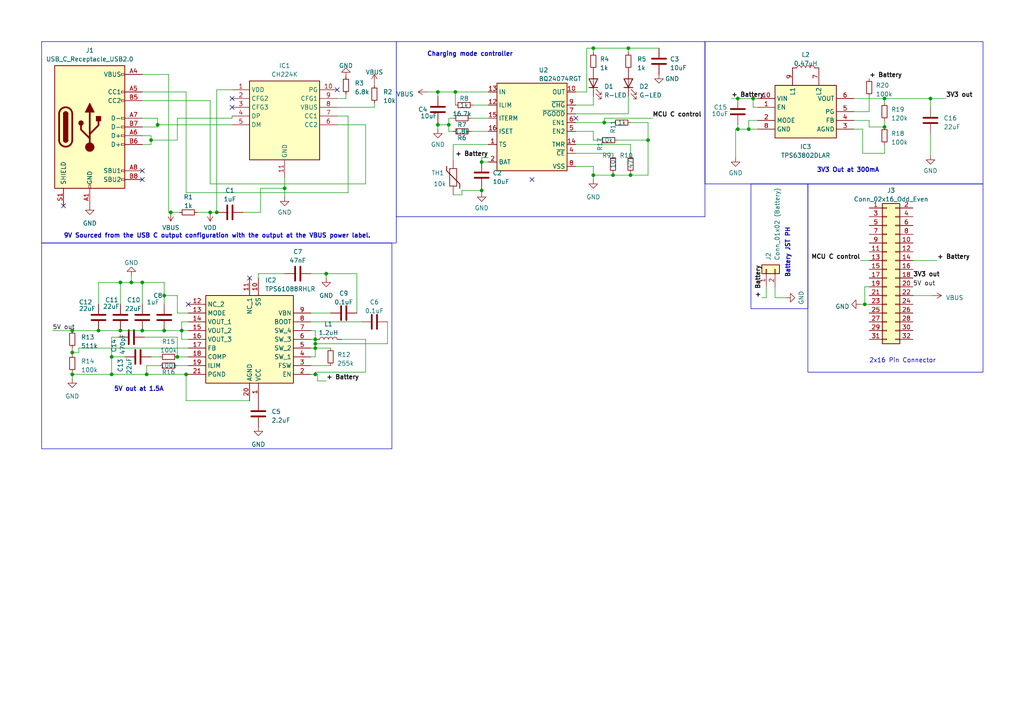
<source format=kicad_sch>
(kicad_sch (version 20250114) (generator "eeschema") (generator_version "9.0")
  (paper "A4")
  (title_block (title "Micro Mouse Power Subsystem") (rev "v0") (company "University of Cape Town") (comment 2 "@Checked by:") (comment 3 "           Pearl Mothiba") (comment 4 "@Authors: Morena Mofokeng"))
  (lib_symbols
    (symbol "BQ24074RGT_1"
      (property "Reference" "U2" (at 1.9559 16.51 0))
      (property "Value" "BQ24074RGT" (at 1.9559 13.97 0))
      (symbol "BQ24074RGT_1_0_1"
        (rectangle (start -10.16 12.7) (end 10.16 -12.7) (stroke (width 0.254)) (fill (type background)))
      )
      (symbol "BQ24074RGT_1_1_1"
        (pin power_in line (at -12.7 10.16 0) (length 2.54) (name "IN") (number "13"))
        (pin passive line (at -12.7 6.35 0) (length 2.54) (name "ILIM") (number "12"))
        (pin input line (at -12.7 2.54 0) (length 2.54) (name "ITERM") (number "15"))
        (pin passive line (at -12.7 -1.27 0) (length 2.54) (name "ISET") (number "16"))
        (pin passive line (at -12.7 -5.08 0) (length 2.54) (name "TS") (number "1"))
        (pin power_out line (at -12.7 -10.16 0) (length 2.54) (name "BAT") (number "2"))
        (pin passive line (at 0 -15.24 90) (length 2.54) (hide yes) (name "VSS") (number "17"))
        (pin power_out line (at 12.7 10.16 180) (length 2.54) (name "OUT") (number "10"))
        (pin passive line (at 12.7 10.16 180) (length 2.54) (hide yes) (name "OUT") (number "11"))
        (pin open_collector line (at 12.7 6.35 180) (length 2.54) (name "~{CHG}") (number "9"))
        (pin open_collector line (at 12.7 3.81 180) (length 2.54) (name "~{PGOOD}") (number "7"))
        (pin passive line (at 12.7 2.54 180) (length 2.54) (hide yes) (name "BAT") (number "3"))
        (pin input line (at 12.7 1.27 180) (length 2.54) (name "EN1") (number "6"))
        (pin input line (at 12.7 -1.27 180) (length 2.54) (name "EN2") (number "5"))
        (pin input line (at 12.7 -5.08 180) (length 2.54) (name "TMR") (number "14"))
        (pin input line (at 12.7 -7.62 180) (length 2.54) (name "~{CE}") (number "4"))
        (pin power_in line (at 12.7 -11.43 180) (length 2.54) (name "VSS") (number "8"))
      )
    )
    (symbol "CH224K:CH224K"
      (property "Reference" "IC" (at 26.67 7.62 0))
      (property "Value" "CH224K" (at 26.67 5.08 0))
      (symbol "CH224K_1_1"
        (rectangle (start 5.08 2.54) (end 25.4 -20.32) (stroke (width 0.254)) (fill (type background)))
        (pin passive line (at 0 0 0) (length 5.08) (name "VDD") (number "1"))
        (pin passive line (at 0 -2.54 0) (length 5.08) (name "CFG2") (number "2"))
        (pin passive line (at 0 -5.08 0) (length 5.08) (name "CFG3") (number "3"))
        (pin passive line (at 0 -7.62 0) (length 5.08) (name "DP") (number "4"))
        (pin passive line (at 0 -10.16 0) (length 5.08) (name "DM") (number "5"))
        (pin passive line (at 15.24 -25.4 90) (length 5.08) (name "GND") (number "11"))
        (pin passive line (at 30.48 0 180) (length 5.08) (name "PG") (number "10"))
        (pin passive line (at 30.48 -2.54 180) (length 5.08) (name "CFG1") (number "9"))
        (pin passive line (at 30.48 -5.08 180) (length 5.08) (name "VBUS") (number "8"))
        (pin passive line (at 30.48 -7.62 180) (length 5.08) (name "CC1") (number "7"))
        (pin passive line (at 30.48 -10.16 180) (length 5.08) (name "CC2") (number "6"))
      )
    )
    (symbol "Connector:USB_C_Receptacle_USB2.0" (pin_names (offset 1.016))
      (property "Reference" "J" (at -10.16 19.05 0))
      (property "Value" "USB_C_Receptacle_USB2.0" (at 19.05 19.05 0))
      (symbol "USB_C_Receptacle_USB2.0_0_0"
        (rectangle (start -0.254 -17.78) (end 0.254 -16.764))
        (rectangle (start 10.16 15.494) (end 9.144 14.986))
        (rectangle (start 10.16 10.414) (end 9.144 9.906))
        (rectangle (start 10.16 7.874) (end 9.144 7.366))
        (rectangle (start 10.16 2.794) (end 9.144 2.286))
        (rectangle (start 10.16 0.254) (end 9.144 -0.254))
        (rectangle (start 10.16 -2.286) (end 9.144 -2.794))
        (rectangle (start 10.16 -4.826) (end 9.144 -5.334))
        (rectangle (start 10.16 -12.446) (end 9.144 -12.954))
        (rectangle (start 10.16 -14.986) (end 9.144 -15.494))
      )
      (symbol "USB_C_Receptacle_USB2.0_0_1"
        (rectangle (start -10.16 17.78) (end 10.16 -17.78) (stroke (width 0.254)) (fill (type background)))
        (polyline (pts (xy -8.89 -3.81) (xy -8.89 3.81)) (stroke (width 0.508)))
        (rectangle (start -7.62 -3.81) (end -6.35 3.81) (stroke (width 0.254)) (fill (type outline)))
        (arc (start -7.62 3.81) (mid -6.985 4.4423) (end -6.35 3.81) (stroke (width 0.254)))
        (arc (start -7.62 3.81) (mid -6.985 4.4423) (end -6.35 3.81) (stroke (width 0.254)) (fill (type outline)))
        (arc (start -8.89 3.81) (mid -6.985 5.7067) (end -5.08 3.81) (stroke (width 0.508)))
        (arc (start -5.08 -3.81) (mid -6.985 -5.7067) (end -8.89 -3.81) (stroke (width 0.508)))
        (arc (start -6.35 -3.81) (mid -6.985 -4.4423) (end -7.62 -3.81) (stroke (width 0.254)))
        (arc (start -6.35 -3.81) (mid -6.985 -4.4423) (end -7.62 -3.81) (stroke (width 0.254)) (fill (type outline)))
        (polyline (pts (xy -5.08 3.81) (xy -5.08 -3.81)) (stroke (width 0.508)))
        (circle (center -2.54 1.143) (radius 0.635) (stroke (width 0.254)) (fill (type outline)))
        (polyline (pts (xy -1.27 4.318) (xy 0 6.858) (xy 1.27 4.318) (xy -1.27 4.318)) (stroke (width 0.254)) (fill (type outline)))
        (polyline (pts (xy 0 -2.032) (xy 2.54 0.508) (xy 2.54 1.778)) (stroke (width 0.508)))
        (polyline (pts (xy 0 -3.302) (xy -2.54 -0.762) (xy -2.54 0.508)) (stroke (width 0.508)))
        (polyline (pts (xy 0 -5.842) (xy 0 4.318)) (stroke (width 0.508)))
        (circle (center 0 -5.842) (radius 1.27) (fill (type outline)))
        (rectangle (start 1.905 1.778) (end 3.175 3.048) (stroke (width 0.254)) (fill (type outline)))
      )
      (symbol "USB_C_Receptacle_USB2.0_1_1"
        (pin passive line (at -7.62 -22.86 90) (length 5.08) (name "SHIELD") (number "S1"))
        (pin passive line (at 0 -22.86 90) (length 5.08) (name "GND") (number "A1"))
        (pin passive line (at 0 -22.86 90) (length 5.08) (hide yes) (name "GND") (number "A12"))
        (pin passive line (at 0 -22.86 90) (length 5.08) (hide yes) (name "GND") (number "B1"))
        (pin passive line (at 0 -22.86 90) (length 5.08) (hide yes) (name "GND") (number "B12"))
        (pin passive line (at 15.24 15.24 180) (length 5.08) (name "VBUS") (number "A4"))
        (pin passive line (at 15.24 15.24 180) (length 5.08) (hide yes) (name "VBUS") (number "A9"))
        (pin passive line (at 15.24 15.24 180) (length 5.08) (hide yes) (name "VBUS") (number "B4"))
        (pin passive line (at 15.24 15.24 180) (length 5.08) (hide yes) (name "VBUS") (number "B9"))
        (pin bidirectional line (at 15.24 10.16 180) (length 5.08) (name "CC1") (number "A5"))
        (pin bidirectional line (at 15.24 7.62 180) (length 5.08) (name "CC2") (number "B5"))
        (pin bidirectional line (at 15.24 2.54 180) (length 5.08) (name "D-") (number "A7"))
        (pin bidirectional line (at 15.24 0 180) (length 5.08) (name "D-") (number "B7"))
        (pin bidirectional line (at 15.24 -2.54 180) (length 5.08) (name "D+") (number "A6"))
        (pin bidirectional line (at 15.24 -5.08 180) (length 5.08) (name "D+") (number "B6"))
        (pin bidirectional line (at 15.24 -12.7 180) (length 5.08) (name "SBU1") (number "A8"))
        (pin bidirectional line (at 15.24 -15.24 180) (length 5.08) (name "SBU2") (number "B8"))
      )
    )
    (symbol "Connector_Generic:Conn_01x02" (pin_names (offset 1.016) (hide yes))
      (property "Reference" "J" (at 0 2.54 0))
      (property "Value" "Conn_01x02" (at 0 -5.08 0))
      (symbol "Conn_01x02_1_1"
        (rectangle (start -1.27 1.27) (end 1.27 -3.81) (stroke (width 0.254)) (fill (type background)))
        (rectangle (start -1.27 0.127) (end 0 -0.127) (stroke (width 0.1524)))
        (rectangle (start -1.27 -2.413) (end 0 -2.667) (stroke (width 0.1524)))
        (pin passive line (at -5.08 0 0) (length 3.81) (name "Pin_1") (number "1"))
        (pin passive line (at -5.08 -2.54 0) (length 3.81) (name "Pin_2") (number "2"))
      )
    )
    (symbol "Connector_Generic:Conn_02x16_Odd_Even" (pin_names (offset 1.016) (hide yes))
      (property "Reference" "J" (at 1.27 20.32 0))
      (property "Value" "Conn_02x16_Odd_Even" (at 1.27 -22.86 0))
      (symbol "Conn_02x16_Odd_Even_1_1"
        (rectangle (start -1.27 19.05) (end 3.81 -21.59) (stroke (width 0.254)) (fill (type background)))
        (rectangle (start -1.27 17.907) (end 0 17.653) (stroke (width 0.1524)))
        (rectangle (start -1.27 15.367) (end 0 15.113) (stroke (width 0.1524)))
        (rectangle (start -1.27 12.827) (end 0 12.573) (stroke (width 0.1524)))
        (rectangle (start -1.27 10.287) (end 0 10.033) (stroke (width 0.1524)))
        (rectangle (start -1.27 7.747) (end 0 7.493) (stroke (width 0.1524)))
        (rectangle (start -1.27 5.207) (end 0 4.953) (stroke (width 0.1524)))
        (rectangle (start -1.27 2.667) (end 0 2.413) (stroke (width 0.1524)))
        (rectangle (start -1.27 0.127) (end 0 -0.127) (stroke (width 0.1524)))
        (rectangle (start -1.27 -2.413) (end 0 -2.667) (stroke (width 0.1524)))
        (rectangle (start -1.27 -4.953) (end 0 -5.207) (stroke (width 0.1524)))
        (rectangle (start -1.27 -7.493) (end 0 -7.747) (stroke (width 0.1524)))
        (rectangle (start -1.27 -10.033) (end 0 -10.287) (stroke (width 0.1524)))
        (rectangle (start -1.27 -12.573) (end 0 -12.827) (stroke (width 0.1524)))
        (rectangle (start -1.27 -15.113) (end 0 -15.367) (stroke (width 0.1524)))
        (rectangle (start -1.27 -17.653) (end 0 -17.907) (stroke (width 0.1524)))
        (rectangle (start -1.27 -20.193) (end 0 -20.447) (stroke (width 0.1524)))
        (rectangle (start 3.81 17.907) (end 2.54 17.653) (stroke (width 0.1524)))
        (rectangle (start 3.81 15.367) (end 2.54 15.113) (stroke (width 0.1524)))
        (rectangle (start 3.81 12.827) (end 2.54 12.573) (stroke (width 0.1524)))
        (rectangle (start 3.81 10.287) (end 2.54 10.033) (stroke (width 0.1524)))
        (rectangle (start 3.81 7.747) (end 2.54 7.493) (stroke (width 0.1524)))
        (rectangle (start 3.81 5.207) (end 2.54 4.953) (stroke (width 0.1524)))
        (rectangle (start 3.81 2.667) (end 2.54 2.413) (stroke (width 0.1524)))
        (rectangle (start 3.81 0.127) (end 2.54 -0.127) (stroke (width 0.1524)))
        (rectangle (start 3.81 -2.413) (end 2.54 -2.667) (stroke (width 0.1524)))
        (rectangle (start 3.81 -4.953) (end 2.54 -5.207) (stroke (width 0.1524)))
        (rectangle (start 3.81 -7.493) (end 2.54 -7.747) (stroke (width 0.1524)))
        (rectangle (start 3.81 -10.033) (end 2.54 -10.287) (stroke (width 0.1524)))
        (rectangle (start 3.81 -12.573) (end 2.54 -12.827) (stroke (width 0.1524)))
        (rectangle (start 3.81 -15.113) (end 2.54 -15.367) (stroke (width 0.1524)))
        (rectangle (start 3.81 -17.653) (end 2.54 -17.907) (stroke (width 0.1524)))
        (rectangle (start 3.81 -20.193) (end 2.54 -20.447) (stroke (width 0.1524)))
        (pin passive line (at -5.08 17.78 0) (length 3.81) (name "Pin_1") (number "1"))
        (pin passive line (at -5.08 15.24 0) (length 3.81) (name "Pin_3") (number "3"))
        (pin passive line (at -5.08 12.7 0) (length 3.81) (name "Pin_5") (number "5"))
        (pin passive line (at -5.08 10.16 0) (length 3.81) (name "Pin_7") (number "7"))
        (pin passive line (at -5.08 7.62 0) (length 3.81) (name "Pin_9") (number "9"))
        (pin passive line (at -5.08 5.08 0) (length 3.81) (name "Pin_11") (number "11"))
        (pin passive line (at -5.08 2.54 0) (length 3.81) (name "Pin_13") (number "13"))
        (pin passive line (at -5.08 0 0) (length 3.81) (name "Pin_15") (number "15"))
        (pin passive line (at -5.08 -2.54 0) (length 3.81) (name "Pin_17") (number "17"))
        (pin passive line (at -5.08 -5.08 0) (length 3.81) (name "Pin_19") (number "19"))
        (pin passive line (at -5.08 -7.62 0) (length 3.81) (name "Pin_21") (number "21"))
        (pin passive line (at -5.08 -10.16 0) (length 3.81) (name "Pin_23") (number "23"))
        (pin passive line (at -5.08 -12.7 0) (length 3.81) (name "Pin_25") (number "25"))
        (pin passive line (at -5.08 -15.24 0) (length 3.81) (name "Pin_27") (number "27"))
        (pin passive line (at -5.08 -17.78 0) (length 3.81) (name "Pin_29") (number "29"))
        (pin passive line (at -5.08 -20.32 0) (length 3.81) (name "Pin_31") (number "31"))
        (pin passive line (at 7.62 17.78 180) (length 3.81) (name "Pin_2") (number "2"))
        (pin passive line (at 7.62 15.24 180) (length 3.81) (name "Pin_4") (number "4"))
        (pin passive line (at 7.62 12.7 180) (length 3.81) (name "Pin_6") (number "6"))
        (pin passive line (at 7.62 10.16 180) (length 3.81) (name "Pin_8") (number "8"))
        (pin passive line (at 7.62 7.62 180) (length 3.81) (name "Pin_10") (number "10"))
        (pin passive line (at 7.62 5.08 180) (length 3.81) (name "Pin_12") (number "12"))
        (pin passive line (at 7.62 2.54 180) (length 3.81) (name "Pin_14") (number "14"))
        (pin passive line (at 7.62 0 180) (length 3.81) (name "Pin_16") (number "16"))
        (pin passive line (at 7.62 -2.54 180) (length 3.81) (name "Pin_18") (number "18"))
        (pin passive line (at 7.62 -5.08 180) (length 3.81) (name "Pin_20") (number "20"))
        (pin passive line (at 7.62 -7.62 180) (length 3.81) (name "Pin_22") (number "22"))
        (pin passive line (at 7.62 -10.16 180) (length 3.81) (name "Pin_24") (number "24"))
        (pin passive line (at 7.62 -12.7 180) (length 3.81) (name "Pin_26") (number "26"))
        (pin passive line (at 7.62 -15.24 180) (length 3.81) (name "Pin_28") (number "28"))
        (pin passive line (at 7.62 -17.78 180) (length 3.81) (name "Pin_30") (number "30"))
        (pin passive line (at 7.62 -20.32 180) (length 3.81) (name "Pin_32") (number "32"))
      )
    )
    (symbol "Device:C" (pin_numbers (hide yes)) (pin_names (offset 0.254))
      (property "Reference" "C" (at 0.635 2.54 0))
      (property "Value" "C" (at 0.635 -2.54 0))
      (symbol "C_0_1"
        (polyline (pts (xy -2.032 0.762) (xy 2.032 0.762)) (stroke (width 0.508)))
        (polyline (pts (xy -2.032 -0.762) (xy 2.032 -0.762)) (stroke (width 0.508)))
      )
      (symbol "C_1_1"
        (pin passive line (at 0 3.81 270) (length 2.794) (name "~") (number "1"))
        (pin passive line (at 0 -3.81 90) (length 2.794) (name "~") (number "2"))
      )
    )
    (symbol "Device:L" (pin_numbers (hide yes)) (pin_names (offset 1.016) (hide yes))
      (property "Reference" "L" (at -1.27 0 90))
      (property "Value" "L" (at 1.905 0 90))
      (symbol "L_0_1"
        (arc (start 0 2.54) (mid 0.6323 1.905) (end 0 1.27))
        (arc (start 0 1.27) (mid 0.6323 0.635) (end 0 0))
        (arc (start 0 0) (mid 0.6323 -0.635) (end 0 -1.27))
        (arc (start 0 -1.27) (mid 0.6323 -1.905) (end 0 -2.54))
      )
      (symbol "L_1_1"
        (pin passive line (at 0 3.81 270) (length 1.27) (name "1") (number "1"))
        (pin passive line (at 0 -3.81 90) (length 1.27) (name "2") (number "2"))
      )
    )
    (symbol "Device:LED" (pin_numbers (hide yes)) (pin_names (offset 1.016) (hide yes))
      (property "Reference" "D" (at 0 2.54 0))
      (property "Value" "LED" (at 0 -2.54 0))
      (symbol "LED_0_1"
        (polyline (pts (xy -3.048 -0.762) (xy -4.572 -2.286) (xy -3.81 -2.286) (xy -4.572 -2.286) (xy -4.572 -1.524)))
        (polyline (pts (xy -1.778 -0.762) (xy -3.302 -2.286) (xy -2.54 -2.286) (xy -3.302 -2.286) (xy -3.302 -1.524)))
        (polyline (pts (xy -1.27 0) (xy 1.27 0)))
        (polyline (pts (xy -1.27 -1.27) (xy -1.27 1.27)) (stroke (width 0.254)))
        (polyline (pts (xy 1.27 -1.27) (xy 1.27 1.27) (xy -1.27 0) (xy 1.27 -1.27)) (stroke (width 0.254)))
      )
      (symbol "LED_1_1"
        (pin passive line (at -3.81 0 0) (length 2.54) (name "K") (number "1"))
        (pin passive line (at 3.81 0 180) (length 2.54) (name "A") (number "2"))
      )
    )
    (symbol "Device:R_Small" (pin_numbers (hide yes)) (pin_names (offset 0.254) (hide yes))
      (property "Reference" "R" (at 0.762 0.508 0))
      (property "Value" "R_Small" (at 0.762 -1.016 0))
      (symbol "R_Small_0_1"
        (rectangle (start -0.762 1.778) (end 0.762 -1.778) (stroke (width 0.2032)))
      )
      (symbol "R_Small_1_1"
        (pin passive line (at 0 2.54 270) (length 0.762) (name "~") (number "1"))
        (pin passive line (at 0 -2.54 90) (length 0.762) (name "~") (number "2"))
      )
    )
    (symbol "Device:Thermistor" (pin_numbers (hide yes)) (pin_names (offset 0))
      (property "Reference" "TH" (at 2.54 1.27 90))
      (property "Value" "Thermistor" (at -2.54 0 90))
      (symbol "Thermistor_0_1"
        (polyline (pts (xy -1.905 3.175) (xy -1.905 1.905) (xy 1.905 -1.905) (xy 1.905 -3.175) (xy 1.905 -3.175)) (stroke (width 0.254)))
        (rectangle (start -1.016 2.54) (end 1.016 -2.54) (stroke (width 0.2032)))
      )
      (symbol "Thermistor_1_1"
        (pin passive line (at 0 5.08 270) (length 2.54) (name "~") (number "1"))
        (pin passive line (at 0 -5.08 90) (length 2.54) (name "~") (number "2"))
      )
    )
    (symbol "TPS61088RHLR:TPS61088RHLR"
      (property "Reference" "IC" (at 31.75 17.78 0))
      (property "Value" "TPS61088RHLR" (at 31.75 15.24 0))
      (symbol "TPS61088RHLR_1_1"
        (rectangle (start 5.08 12.7) (end 30.48 -12.7) (stroke (width 0.254)) (fill (type background)))
        (pin passive line (at 0 0 0) (length 5.08) (name "AGND") (number "20"))
        (pin passive line (at 0 -2.54 0) (length 5.08) (name "VCC") (number "1"))
        (pin passive line (at 7.62 17.78 270) (length 5.08) (name "PGND") (number "21"))
        (pin passive line (at 7.62 -17.78 90) (length 5.08) (name "EN") (number "2"))
        (pin passive line (at 10.16 17.78 270) (length 5.08) (name "ILIM") (number "19"))
        (pin passive line (at 10.16 -17.78 90) (length 5.08) (name "FSW") (number "3"))
        (pin passive line (at 12.7 17.78 270) (length 5.08) (name "COMP") (number "18"))
        (pin passive line (at 12.7 -17.78 90) (length 5.08) (name "SW_1") (number "4"))
        (pin passive line (at 15.24 17.78 270) (length 5.08) (name "FB") (number "17"))
        (pin passive line (at 15.24 -17.78 90) (length 5.08) (name "SW_2") (number "5"))
        (pin passive line (at 17.78 17.78 270) (length 5.08) (name "VOUT_3") (number "16"))
        (pin passive line (at 17.78 -17.78 90) (length 5.08) (name "SW_3") (number "6"))
        (pin passive line (at 20.32 17.78 270) (length 5.08) (name "VOUT_2") (number "15"))
        (pin passive line (at 20.32 -17.78 90) (length 5.08) (name "SW_4") (number "7"))
        (pin passive line (at 22.86 17.78 270) (length 5.08) (name "VOUT_1") (number "14"))
        (pin passive line (at 22.86 -17.78 90) (length 5.08) (name "BOOT") (number "8"))
        (pin passive line (at 25.4 17.78 270) (length 5.08) (name "MODE") (number "13"))
        (pin passive line (at 25.4 -17.78 90) (length 5.08) (name "VBN") (number "9"))
        (pin passive line (at 27.94 17.78 270) (length 5.08) (name "NC_2") (number "12"))
        (pin passive line (at 35.56 0 180) (length 5.08) (name "NC_1") (number "11"))
        (pin passive line (at 35.56 -2.54 180) (length 5.08) (name "SS") (number "10"))
      )
    )
    (symbol "TPS63802DLAR:TPS63802DLAR"
      (property "Reference" "IC" (at 24.13 7.62 0))
      (property "Value" "TPS63802DLAR" (at 24.13 5.08 0))
      (symbol "TPS63802DLAR_1_1"
        (rectangle (start 5.08 2.54) (end 22.86 -12.7) (stroke (width 0.254)) (fill (type background)))
        (pin passive line (at 0 -1.27 0) (length 5.08) (name "VIN") (number "10"))
        (pin passive line (at 0 -3.81 0) (length 5.08) (name "EN") (number "1"))
        (pin passive line (at 0 -7.62 0) (length 5.08) (name "MODE") (number "2"))
        (pin passive line (at 0 -10.16 0) (length 5.08) (name "GND") (number "8"))
        (pin passive line (at 10.16 7.62 270) (length 5.08) (name "L1") (number "9"))
        (pin passive line (at 17.78 7.62 270) (length 5.08) (name "L2") (number "7"))
        (pin passive line (at 27.94 -1.27 180) (length 5.08) (name "VOUT") (number "6"))
        (pin passive line (at 27.94 -5.08 180) (length 5.08) (name "PG") (number "5"))
        (pin passive line (at 27.94 -7.62 180) (length 5.08) (name "FB") (number "4"))
        (pin passive line (at 27.94 -10.16 180) (length 5.08) (name "AGND") (number "3"))
      )
    )
    (symbol "power:GND" (power) (pin_names (offset 0))
      (property "Value" "GND" (at 0 -3.81 0))
      (symbol "GND_0_1"
        (polyline (pts (xy 0 0) (xy 0 -1.27) (xy 1.27 -1.27) (xy 0 -2.54) (xy -1.27 -1.27) (xy 0 -1.27)))
      )
      (symbol "GND_1_1"
        (pin power_in line (at 0 0 270) (length 0) (hide yes) (name "GND") (number "1"))
      )
    )
    (symbol "power:VBUS" (power) (pin_names (offset 0))
      (property "Value" "VBUS" (at 0 3.81 0))
      (symbol "VBUS_0_1"
        (polyline (pts (xy -0.762 1.27) (xy 0 2.54)))
        (polyline (pts (xy 0 2.54) (xy 0.762 1.27)))
        (polyline (pts (xy 0 0) (xy 0 2.54)))
      )
      (symbol "VBUS_1_1"
        (pin power_in line (at 0 0 90) (length 0) (hide yes) (name "VBUS") (number "1"))
      )
    )
    (symbol "power:VDD" (power) (pin_names (offset 0))
      (property "Value" "VDD" (at 0 3.81 0))
      (symbol "VDD_0_1"
        (polyline (pts (xy -0.762 1.27) (xy 0 2.54)))
        (polyline (pts (xy 0 2.54) (xy 0.762 1.27)))
        (polyline (pts (xy 0 0) (xy 0 2.54)))
      )
      (symbol "VDD_1_1"
        (pin power_in line (at 0 0 90) (length 0) (hide yes) (name "VDD") (number "1"))
      )
    )
  )
  (rectangle (start 234.315 53.34) (end 217.805 89.535))
  (rectangle (start 114.935 12.065) (end 204.47 62.865))
  (rectangle (start 234.315 53.34) (end 285.115 107.95))
  (rectangle (start 12.065 70.485) (end 113.665 130.175))
  (rectangle (start 204.47 12.065) (end 285.115 53.34))
  (rectangle (start 12.065 12.065) (end 114.935 70.485))
  (text "9V Sourced from the USB C output configuration with the output at the VBUS power label." (at 18.415 69.215 0) (effects (font (size 1.27 1.27) (thickness 0.254) (bold yes)) (justify left bottom)))
  (text "3V3 Out at 300mA" (at 236.855 50.165 0) (effects (font (size 1.27 1.27) (thickness 0.254) (bold yes)) (justify left bottom)))
  (text "5V out at 1.5A" (at 33.02 113.665 0) (effects (font (size 1.27 1.27) (thickness 0.254) (bold yes)) (justify left bottom)))
  (text "Battery JST PH" (at 229.235 80.645 90) (effects (font (size 1.27 1.27) (bold yes)) (justify left bottom)))
  (text "Charging mode controller" (at 123.825 16.51 0) (effects (font (size 1.27 1.27) (bold yes)) (justify left bottom)))
  (text "2x16 Pin Connector" (at 252.095 105.41 0) (effects (font (size 1.27 1.27)) (justify left bottom)))
  (junction (at 213.995 28.575))
  (junction (at 42.545 108.585))
  (junction (at 32.385 103.505))
  (junction (at 182.88 50.8))
  (junction (at 32.385 108.585))
  (junction (at 53.975 108.585))
  (junction (at 250.825 88.265))
  (junction (at 172.085 50.8))
  (junction (at 91.44 100.965))
  (junction (at 51.435 103.505))
  (junction (at 213.995 37.465))
  (junction (at 34.925 81.915))
  (junction (at 62.865 61.595))
  (junction (at 52.705 95.885))
  (junction (at 45.72 36.195))
  (junction (at 91.44 108.585))
  (junction (at 60.96 61.595))
  (junction (at 127 36.195))
  (junction (at 47.625 85.725))
  (junction (at 139.7 46.99))
  (junction (at 187.96 40.64))
  (junction (at 269.875 28.575))
  (junction (at 172.085 13.97))
  (junction (at 130.175 36.195))
  (junction (at 127 26.67))
  (junction (at 91.44 98.425))
  (junction (at 91.44 99.695))
  (junction (at 139.7 55.245))
  (junction (at 49.53 61.595))
  (junction (at 82.55 54.61))
  (junction (at 47.625 95.885))
  (junction (at 41.275 95.885))
  (junction (at 34.925 95.885))
  (junction (at 38.1 81.915))
  (junction (at 132.08 26.67))
  (junction (at 182.245 13.97))
  (junction (at 218.44 28.575))
  (junction (at 177.8 50.8))
  (junction (at 43.815 40.64))
  (junction (at 41.275 81.915))
  (junction (at 217.17 37.465))
  (junction (at 256.54 28.575))
  (junction (at 20.955 108.585))
  (junction (at 20.955 102.235))
  (junction (at 94.615 79.375))
  (junction (at 256.54 36.83))
  (junction (at 175.26 35.56))
  (junction (at 20.955 95.885))
  (junction (at 28.575 95.885))
  (no_connect (at 72.39 80.645))
  (no_connect (at 41.275 49.53))
  (no_connect (at 41.275 52.07))
  (no_connect (at 154.305 52.07))
  (no_connect (at 167.005 34.29))
  (no_connect (at 18.415 59.69))
  (no_connect (at 54.61 88.265))
  (no_connect (at 97.79 26.035))
  (no_connect (at 67.31 31.115))
  (no_connect (at 67.31 28.575))
  (wire (pts (xy 100.33 27.305) (xy 100.33 28.575)))
  (wire (pts (xy 51.435 106.045) (xy 54.61 106.045)))
  (wire (pts (xy 182.88 41.91) (xy 182.88 45.085)))
  (wire (pts (xy 213.995 37.465) (xy 217.17 37.465)))
  (wire (pts (xy 47.625 85.725) (xy 47.625 81.915)))
  (wire (pts (xy 182.245 27.94) (xy 182.245 33.02)))
  (wire (pts (xy 51.435 103.505) (xy 54.61 103.505)))
  (wire (pts (xy 187.96 40.64) (xy 187.96 50.8)))
  (wire (pts (xy 91.44 99.695) (xy 112.395 99.695)))
  (wire (pts (xy 224.79 86.36) (xy 224.79 83.185)))
  (wire (pts (xy 175.26 35.56) (xy 177.8 35.56)))
  (wire (pts (xy 91.44 107.95) (xy 91.44 108.585)))
  (wire (pts (xy 141.605 38.1) (xy 136.525 38.1)))
  (wire (pts (xy 34.925 95.885) (xy 41.275 95.885)))
  (wire (pts (xy 131.445 56.515) (xy 133.985 56.515)))
  (wire (pts (xy 170.18 13.97) (xy 172.085 13.97)))
  (wire (pts (xy 41.275 26.67) (xy 53.975 26.67)))
  (wire (pts (xy 249.555 75.565) (xy 252.095 75.565)))
  (wire (pts (xy 130.175 38.1) (xy 131.445 38.1)))
  (wire (pts (xy 41.275 41.91) (xy 43.815 41.91)))
  (wire (pts (xy 52.705 95.885) (xy 52.705 98.425)))
  (wire (pts (xy 90.17 103.505) (xy 91.44 103.505)))
  (wire (pts (xy 222.25 86.36) (xy 222.25 83.185)))
  (wire (pts (xy 52.705 95.885) (xy 54.61 95.885)))
  (wire (pts (xy 94.615 79.375) (xy 94.615 80.645)))
  (wire (pts (xy 219.71 34.925) (xy 217.17 34.925)))
  (wire (pts (xy 213.995 28.575) (xy 218.44 28.575)))
  (wire (pts (xy 90.17 95.885) (xy 91.44 95.885)))
  (wire (pts (xy 250.825 83.185) (xy 250.825 88.265)))
  (wire (pts (xy 38.1 81.915) (xy 41.275 81.915)))
  (wire (pts (xy 220.98 86.36) (xy 222.25 86.36)))
  (wire (pts (xy 51.435 34.29) (xy 67.31 34.29)))
  (wire (pts (xy 123.825 26.67) (xy 127 26.67)))
  (wire (pts (xy 72.39 116.205) (xy 53.975 116.205)))
  (wire (pts (xy 47.625 95.885) (xy 52.705 95.885)))
  (wire (pts (xy 106.045 98.425) (xy 99.06 98.425)))
  (wire (pts (xy 271.78 75.565) (xy 264.795 75.565)))
  (wire (pts (xy 182.88 50.8) (xy 182.88 50.165)))
  (wire (pts (xy 179.07 40.64) (xy 187.96 40.64)))
  (wire (pts (xy 47.625 85.725) (xy 51.435 85.725)))
  (wire (pts (xy 256.54 41.91) (xy 256.54 44.45)))
  (wire (pts (xy 75.565 54.61) (xy 82.55 54.61)))
  (wire (pts (xy 218.44 28.575) (xy 219.71 28.575)))
  (wire (pts (xy 172.085 13.97) (xy 182.245 13.97)))
  (wire (pts (xy 60.96 29.21) (xy 60.96 53.34)))
  (wire (pts (xy 82.55 51.435) (xy 82.55 54.61)))
  (wire (pts (xy 256.54 28.575) (xy 269.875 28.575)))
  (wire (pts (xy 62.865 61.595) (xy 62.865 26.035)))
  (wire (pts (xy 250.825 88.265) (xy 252.095 88.265)))
  (wire (pts (xy 247.65 32.385) (xy 252.095 32.385)))
  (wire (pts (xy 131.445 46.355) (xy 131.445 41.91)))
  (wire (pts (xy 269.875 28.575) (xy 269.875 31.115)))
  (wire (pts (xy 252.095 34.925) (xy 247.65 34.925)))
  (wire (pts (xy 41.275 34.29) (xy 45.72 34.29)))
  (wire (pts (xy 167.005 48.26) (xy 172.085 48.26)))
  (wire (pts (xy 212.09 28.575) (xy 213.995 28.575)))
  (wire (pts (xy 82.55 54.61) (xy 82.55 57.15)))
  (wire (pts (xy 252.095 83.185) (xy 250.825 83.185)))
  (wire (pts (xy 139.7 46.99) (xy 141.605 46.99)))
  (wire (pts (xy 182.245 13.97) (xy 191.135 13.97)))
  (wire (pts (xy 130.175 36.195) (xy 127 36.195)))
  (wire (pts (xy 90.17 108.585) (xy 91.44 108.585)))
  (wire (pts (xy 41.275 81.915) (xy 41.275 88.265)))
  (wire (pts (xy 53.975 55.88) (xy 53.975 26.67)))
  (wire (pts (xy 34.29 97.79) (xy 32.385 97.79)))
  (wire (pts (xy 90.17 79.375) (xy 94.615 79.375)))
  (wire (pts (xy 141.605 45.72) (xy 139.7 45.72)))
  (wire (pts (xy 41.275 81.915) (xy 47.625 81.915)))
  (wire (pts (xy 45.72 34.29) (xy 45.72 36.195)))
  (wire (pts (xy 139.7 45.72) (xy 139.7 46.99)))
  (wire (pts (xy 94.615 79.375) (xy 103.505 79.375)))
  (wire (pts (xy 82.55 79.375) (xy 74.93 79.375)))
  (wire (pts (xy 74.93 79.375) (xy 74.93 80.645)))
  (wire (pts (xy 269.875 38.735) (xy 269.875 45.085)))
  (wire (pts (xy 218.44 28.575) (xy 218.44 31.115)))
  (wire (pts (xy 106.045 36.195) (xy 97.79 36.195)))
  (wire (pts (xy 41.275 21.59) (xy 48.895 21.59)))
  (wire (pts (xy 20.955 108.585) (xy 20.955 109.855)))
  (wire (pts (xy 52.07 61.595) (xy 49.53 61.595)))
  (wire (pts (xy 219.71 31.115) (xy 218.44 31.115)))
  (wire (pts (xy 106.045 98.425) (xy 106.045 107.95)))
  (wire (pts (xy 41.275 29.21) (xy 60.96 29.21)))
  (wire (pts (xy 42.545 108.585) (xy 53.975 108.585)))
  (wire (pts (xy 133.985 55.245) (xy 139.7 55.245)))
  (wire (pts (xy 57.15 61.595) (xy 60.96 61.595)))
  (wire (pts (xy 177.8 50.165) (xy 177.8 50.8)))
  (wire (pts (xy 172.085 40.64) (xy 173.99 40.64)))
  (wire (pts (xy 20.955 108.585) (xy 32.385 108.585)))
  (wire (pts (xy 34.925 88.265) (xy 34.925 81.915)))
  (wire (pts (xy 91.44 95.885) (xy 91.44 98.425)))
  (wire (pts (xy 182.88 35.56) (xy 187.96 35.56)))
  (wire (pts (xy 54.61 93.345) (xy 52.705 93.345)))
  (wire (pts (xy 28.575 95.885) (xy 34.925 95.885)))
  (wire (pts (xy 67.31 34.29) (xy 67.31 33.655)))
  (wire (pts (xy 217.17 37.465) (xy 219.71 37.465)))
  (wire (pts (xy 167.005 38.1) (xy 172.085 38.1)))
  (wire (pts (xy 54.61 108.585) (xy 53.975 108.585)))
  (wire (pts (xy 45.72 36.195) (xy 45.72 36.83)))
  (wire (pts (xy 167.005 35.56) (xy 175.26 35.56)))
  (wire (pts (xy 127 35.56) (xy 127 36.195)))
  (wire (pts (xy 32.385 108.585) (xy 42.545 108.585)))
  (wire (pts (xy 90.17 98.425) (xy 91.44 98.425)))
  (wire (pts (xy 41.275 36.83) (xy 45.72 36.83)))
  (wire (pts (xy 91.44 99.695) (xy 91.44 100.965)))
  (wire (pts (xy 91.44 100.965) (xy 95.885 100.965)))
  (wire (pts (xy 92.075 110.49) (xy 92.075 108.585)))
  (wire (pts (xy 52.705 93.345) (xy 52.705 95.885)))
  (wire (pts (xy 106.045 53.34) (xy 106.045 36.195)))
  (wire (pts (xy 28.575 81.915) (xy 34.925 81.915)))
  (wire (pts (xy 112.395 93.345) (xy 112.395 99.695)))
  (wire (pts (xy 60.96 53.34) (xy 106.045 53.34)))
  (wire (pts (xy 28.575 81.915) (xy 28.575 88.265)))
  (wire (pts (xy 97.79 31.115) (xy 108.585 31.115)))
  (wire (pts (xy 47.625 88.265) (xy 47.625 85.725)))
  (wire (pts (xy 94.615 110.49) (xy 92.075 110.49)))
  (wire (pts (xy 97.79 28.575) (xy 100.33 28.575)))
  (wire (pts (xy 177.8 45.085) (xy 177.8 44.45)))
  (wire (pts (xy 141.605 30.48) (xy 137.16 30.48)))
  (wire (pts (xy 60.96 61.595) (xy 62.865 61.595)))
  (wire (pts (xy 172.085 50.8) (xy 177.8 50.8)))
  (wire (pts (xy 32.385 97.79) (xy 32.385 103.505)))
  (wire (pts (xy 256.54 28.575) (xy 256.54 29.845)))
  (wire (pts (xy 141.605 26.67) (xy 132.08 26.67)))
  (wire (pts (xy 127 26.67) (xy 127 27.94)))
  (wire (pts (xy 252.095 36.83) (xy 252.095 34.925)))
  (wire (pts (xy 91.44 98.425) (xy 91.44 99.695)))
  (wire (pts (xy 252.095 36.83) (xy 256.54 36.83)))
  (wire (pts (xy 108.585 31.115) (xy 108.585 29.845)))
  (wire (pts (xy 172.085 50.8) (xy 172.085 52.07)))
  (wire (pts (xy 20.955 102.235) (xy 20.955 102.87)))
  (wire (pts (xy 269.875 28.575) (xy 274.32 28.575)))
  (wire (pts (xy 130.175 36.195) (xy 130.175 38.1)))
  (wire (pts (xy 130.175 34.29) (xy 130.175 36.195)))
  (wire (pts (xy 249.555 88.265) (xy 250.825 88.265)))
  (wire (pts (xy 48.895 61.595) (xy 48.895 21.59)))
  (wire (pts (xy 139.7 54.61) (xy 139.7 55.245)))
  (wire (pts (xy 132.08 26.67) (xy 127 26.67)))
  (wire (pts (xy 90.17 106.045) (xy 95.885 106.045)))
  (wire (pts (xy 43.815 39.37) (xy 43.815 40.64)))
  (wire (pts (xy 90.17 100.965) (xy 91.44 100.965)))
  (wire (pts (xy 41.91 97.79) (xy 51.435 97.79)))
  (wire (pts (xy 182.88 50.8) (xy 187.96 50.8)))
  (wire (pts (xy 75.565 61.595) (xy 75.565 54.61)))
  (wire (pts (xy 217.17 34.925) (xy 217.17 37.465)))
  (wire (pts (xy 250.19 44.45) (xy 250.19 37.465)))
  (wire (pts (xy 172.085 48.26) (xy 172.085 50.8)))
  (wire (pts (xy 100.965 33.655) (xy 100.965 55.88)))
  (wire (pts (xy 182.245 13.97) (xy 182.245 15.24)))
  (wire (pts (xy 187.96 35.56) (xy 187.96 40.64)))
  (wire (pts (xy 38.1 80.01) (xy 38.1 81.915)))
  (wire (pts (xy 252.095 32.385) (xy 252.095 27.94)))
  (wire (pts (xy 167.005 26.67) (xy 170.18 26.67)))
  (wire (pts (xy 20.955 100.965) (xy 20.955 102.235)))
  (wire (pts (xy 54.61 90.805) (xy 51.435 90.805)))
  (wire (pts (xy 172.085 27.94) (xy 172.085 30.48)))
  (wire (pts (xy 175.26 35.56) (xy 175.26 34.29)))
  (wire (pts (xy 34.925 81.915) (xy 38.1 81.915)))
  (wire (pts (xy 264.795 85.725) (xy 270.51 85.725)))
  (wire (pts (xy 97.79 33.655) (xy 100.965 33.655)))
  (wire (pts (xy 132.08 30.48) (xy 132.08 26.67)))
  (wire (pts (xy 41.275 95.885) (xy 47.625 95.885)))
  (wire (pts (xy 247.65 28.575) (xy 256.54 28.575)))
  (wire (pts (xy 49.53 61.595) (xy 48.895 61.595)))
  (wire (pts (xy 131.445 34.29) (xy 130.175 34.29)))
  (wire (pts (xy 22.86 102.235) (xy 20.955 102.235)))
  (wire (pts (xy 90.17 93.345) (xy 104.775 93.345)))
  (wire (pts (xy 42.545 106.045) (xy 42.545 108.585)))
  (wire (pts (xy 20.955 108.585) (xy 20.955 107.95)))
  (wire (pts (xy 91.44 100.965) (xy 91.44 103.505)))
  (wire (pts (xy 43.815 103.505) (xy 46.355 103.505)))
  (wire (pts (xy 133.985 56.515) (xy 133.985 55.245)))
  (wire (pts (xy 172.085 15.24) (xy 172.085 13.97)))
  (wire (pts (xy 51.435 40.64) (xy 51.435 34.29)))
  (wire (pts (xy 139.7 55.245) (xy 139.7 55.88)))
  (wire (pts (xy 53.975 116.205) (xy 53.975 108.585)))
  (wire (pts (xy 182.245 33.02) (xy 167.005 33.02)))
  (wire (pts (xy 131.445 41.91) (xy 141.605 41.91)))
  (wire (pts (xy 43.815 40.64) (xy 51.435 40.64)))
  (wire (pts (xy 103.505 90.805) (xy 103.505 79.375)))
  (wire (pts (xy 22.86 100.965) (xy 54.61 100.965)))
  (wire (pts (xy 100.965 55.88) (xy 53.975 55.88)))
  (wire (pts (xy 182.88 41.91) (xy 167.005 41.91)))
  (wire (pts (xy 43.815 40.64) (xy 43.815 41.91)))
  (wire (pts (xy 90.17 90.805) (xy 95.885 90.805)))
  (wire (pts (xy 22.86 100.965) (xy 22.86 102.235)))
  (wire (pts (xy 256.54 34.925) (xy 256.54 36.83)))
  (wire (pts (xy 247.65 37.465) (xy 250.19 37.465)))
  (wire (pts (xy 51.435 97.79) (xy 51.435 103.505)))
  (wire (pts (xy 213.36 37.465) (xy 213.995 37.465)))
  (wire (pts (xy 46.355 106.045) (xy 42.545 106.045)))
  (wire (pts (xy 41.275 39.37) (xy 43.815 39.37)))
  (wire (pts (xy 32.385 103.505) (xy 32.385 108.585)))
  (wire (pts (xy 136.525 34.29) (xy 141.605 34.29)))
  (wire (pts (xy 20.955 95.885) (xy 28.575 95.885)))
  (wire (pts (xy 52.705 98.425) (xy 54.61 98.425)))
  (wire (pts (xy 51.435 90.805) (xy 51.435 85.725)))
  (wire (pts (xy 213.995 36.195) (xy 213.995 37.465)))
  (wire (pts (xy 36.195 103.505) (xy 32.385 103.505)))
  (wire (pts (xy 127 36.195) (xy 127 37.465)))
  (wire (pts (xy 106.045 107.95) (xy 91.44 107.95)))
  (wire (pts (xy 62.865 26.035) (xy 67.31 26.035)))
  (wire (pts (xy 177.8 44.45) (xy 167.005 44.45)))
  (wire (pts (xy 250.19 44.45) (xy 256.54 44.45)))
  (wire (pts (xy 45.72 36.195) (xy 67.31 36.195)))
  (wire (pts (xy 177.8 50.8) (xy 182.88 50.8)))
  (wire (pts (xy 175.26 34.29) (xy 189.23 34.29)))
  (wire (pts (xy 172.085 30.48) (xy 167.005 30.48)))
  (wire (pts (xy 108.585 24.765) (xy 108.585 24.13)))
  (wire (pts (xy 170.18 26.67) (xy 170.18 13.97)))
  (wire (pts (xy 15.24 95.885) (xy 20.955 95.885)))
  (wire (pts (xy 172.085 38.1) (xy 172.085 40.64)))
  (wire (pts (xy 70.485 61.595) (xy 75.565 61.595)))
  (wire (pts (xy 213.36 37.465) (xy 213.36 45.72)))
  (wire (pts (xy 91.44 108.585) (xy 92.075 108.585)))
  (wire (pts (xy 227.965 86.36) (xy 224.79 86.36)))
  (label "5V out" (at 15.24 95.885 0))
  (label "+ Battery" (at 220.98 86.36 90) (effects (font (bold yes))))
  (label "+ Battery" (at 94.615 110.49 0) (effects (font (bold yes))))
  (label "MCU C control" (at 249.555 75.565 180) (effects (font (bold yes))))
  (label "3V3 out" (at 264.795 80.645 0) (effects (font (bold yes))))
  (label "+ Battery" (at 141.605 45.72 180) (effects (font (bold yes))))
  (label "+ Battery" (at 252.095 22.86 0) (effects (font (bold yes))))
  (label "+ Battery" (at 212.09 28.575 0) (effects (font (bold yes))))
  (label "5V out" (at 264.795 83.185 0))
  (label "MCU C control" (at 189.23 34.29 0) (effects (font (bold yes))))
  (label "+ Battery" (at 271.78 75.565 0) (effects (font (bold yes))))
  (label "3V3 out" (at 274.32 28.575 0) (effects (font (bold yes))))
  (symbol (lib_id "power:VDD") (at 60.96 61.595 180) (unit 1)
    (property "Reference" "#PWR06" (effects (hide yes)))
    (property "Value" "VDD" (at 60.96 66.04 0))
  )
  (symbol (lib_id "Device:R_Small") (at 176.53 40.64 90) (unit 1)
    (property "Reference" "R17" (at 173.99 43.815 0) (effects (justify left)))
    (property "Value" "10k" (at 177.8 40.64 90) (effects (justify left)))
  )
  (symbol (lib_id "power:GND") (at 94.615 80.645 0) (unit 1)
    (property "Reference" "#PWR01" (effects (hide yes)))
    (property "Value" "GND" (at 94.615 85.725 0))
  )
  (symbol (lib_id "CH224K:CH224K") (at 67.31 26.035 0) (unit 1)
    (property "Reference" "IC1" (at 82.55 19.05 0))
    (property "Value" "CH224K" (at 82.55 21.59 0))
    (property "Footprint" "SOP100P600X180-11N" (effects (hide yes)))
    (property "Datasheet" "https://datasheet.lcsc.com/lcsc/2204251615_WCH-Jiangsu-Qin-Heng-CH224K_C970725.pdf" (effects (hide yes)))
    (property "Height" "1.8" (effects (hide yes)))
    (property "Manufacturer_Name" "WCH" (effects (hide yes)))
    (property "Manufacturer_Part_Number" "CH224K" (effects (hide yes)))
  )
  (symbol (lib_id "Device:R_Small") (at 100.33 24.765 0) (unit 1)
    (property "Reference" "R3" (at 102.87 24.13 0) (effects (justify left)))
    (property "Value" "6.8k" (at 102.87 26.67 0) (effects (justify left)))
  )
  (symbol (lib_id "Device:R_Small") (at 48.895 103.505 270) (unit 1)
    (property "Reference" "R15" (at 48.895 99.06 90))
    (property "Value" "100k" (at 48.895 101.6 90))
  )
  (symbol (lib_id "Device:R_Small") (at 20.955 98.425 180) (unit 1)
    (property "Reference" "R13" (at 23.495 97.79 0) (effects (justify right)))
    (property "Value" "511k" (at 23.495 100.33 0) (effects (justify right)))
  )
  (symbol (lib_id "Device:C") (at 86.36 79.375 270) (unit 1)
    (property "Reference" "C7" (at 86.36 73.025 90))
    (property "Value" "47nF" (at 86.36 75.565 90))
  )
  (symbol (lib_id "Device:C") (at 41.275 92.075 0) (unit 1)
    (property "Reference" "C10" (at 36.83 86.995 0) (effects (justify left)))
    (property "Value" "22uF" (at 36.195 89.535 0) (effects (justify left)))
  )
  (symbol (lib_id "Device:R_Small") (at 180.34 35.56 90) (unit 1)
    (property "Reference" "R11" (at 177.8 38.735 0) (effects (justify left)))
    (property "Value" "1k" (at 181.61 35.56 90) (effects (justify left)))
  )
  (symbol (lib_id "Device:C") (at 269.875 34.925 0) (unit 1)
    (property "Reference" "C16" (at 273.685 34.29 0) (effects (justify left)))
    (property "Value" "22uF" (at 273.685 36.83 0) (effects (justify left)))
  )
  (symbol (lib_id "power:GND") (at 20.955 109.855 0) (unit 1)
    (property "Reference" "#PWR012" (effects (hide yes)))
    (property "Value" "GND" (at 20.955 114.935 0))
  )
  (symbol (lib_id "TPS63802DLAR:TPS63802DLAR") (at 219.71 27.305 0) (unit 1)
    (property "Reference" "IC3" (at 233.68 42.545 0))
    (property "Value" "TPS63802DLAR" (at 233.68 45.085 0))
    (property "Footprint" "TPS63802DLAR" (effects (hide yes)))
    (property "Datasheet" "http://www.ti.com/lit/ds/symlink/tps63802.pdf" (effects (hide yes)))
    (property "Height" "1" (effects (hide yes)))
    (property "Manufacturer_Name" "Texas Instruments" (effects (hide yes)))
    (property "Manufacturer_Part_Number" "TPS63802DLAR" (effects (hide yes)))
    (property "Mouser Part Number" "595-TPS63802DLAR" (effects (hide yes)))
    (property "Mouser Price/Stock" "https://www.mouser.co.uk/ProductDetail/Texas-Instruments/TPS63802DLAR?qs=9r4v7xj2Lnmr2ylyTiX9Mg%3D%3D" (effects (hide yes)))
    (property "Arrow Part Number" "TPS63802DLAR" (effects (hide yes)))
    (property "Arrow Price/Stock" "https://www.arrow.com/en/products/tps63802dlar/texas-instruments?utm_currency=USD&region=nac" (effects (hide yes)))
  )
  (symbol (lib_id "Device:R_Small") (at 133.985 38.1 90) (unit 1)
    (property "Reference" "R6" (at 133.985 40.005 90))
    (property "Value" "1.8k" (at 133.985 38.1 90))
  )
  (symbol (lib_id "Connector_Generic:Conn_01x02") (at 222.25 78.105 90) (unit 1)
    (property "Reference" "J2" (at 222.885 75.565 0) (effects (justify left)))
    (property "Value" "Conn_01x02 (Battery)" (at 225.425 75.565 0) (effects (justify left)))
    (property "Footprint" "Connector_PinSocket_2.00mm:PinSocket_1x02_P2.00mm_Horizontal" (effects (hide yes)))
  )
  (symbol (lib_name "BQ24074RGT_1") (lib_id "Battery_Management:BQ24074RGT") (at 154.305 36.83 0) (unit 1)
    (property "Reference" "U2" (at 156.2609 20.32 0) (effects (justify left)))
    (property "Value" "BQ24074RGT" (at 156.2609 22.86 0) (effects (justify left)))
    (property "Footprint" "Package_DFN_QFN:VQFN-16-1EP_3x3mm_P0.5mm_EP1.6x1.6mm" (effects (hide yes)))
    (property "Datasheet" "http://www.ti.com/lit/ds/symlink/bq24074.pdf" (effects (hide yes)))
  )
  (symbol (lib_id "Device:C") (at 139.7 50.8 180) (unit 1)
    (property "Reference" "C2" (at 142.875 50.165 0) (effects (justify right)))
    (property "Value" "10uF" (at 142.875 52.705 0) (effects (justify right)))
  )
  (symbol (lib_id "Device:C") (at 38.1 97.79 90) (unit 1)
    (property "Reference" "C14" (at 33.02 102.235 0) (effects (justify left)))
    (property "Value" "470pF" (at 35.56 102.87 0) (effects (justify left)))
  )
  (symbol (lib_id "Device:R_Small") (at 172.085 17.78 0) (unit 1)
    (property "Reference" "R4" (at 173.99 17.145 0) (effects (justify left)))
    (property "Value" "1k" (at 173.99 19.685 0) (effects (justify left)))
  )
  (symbol (lib_id "Device:R_Small") (at 182.88 47.625 0) (unit 1)
    (property "Reference" "R10" (at 179.705 45.085 0) (effects (justify left)))
    (property "Value" "47k" (at 182.88 48.895 90) (effects (justify left)))
  )
  (symbol (lib_id "power:VBUS") (at 108.585 24.13 0) (unit 1)
    (property "Reference" "#PWR07" (effects (hide yes)))
    (property "Value" "VBUS" (at 108.585 20.955 0))
  )
  (symbol (lib_id "power:GND") (at 249.555 88.265 270) (unit 1)
    (property "Reference" "#PWR010" (effects (hide yes)))
    (property "Value" "GND" (at 246.38 88.9 90) (effects (justify right)))
  )
  (symbol (lib_id "power:GND") (at 26.035 59.69 0) (unit 1)
    (property "Reference" "#PWR03" (effects (hide yes)))
    (property "Value" "GND" (at 26.035 64.77 0))
  )
  (symbol (lib_id "Device:C") (at 74.93 120.015 180) (unit 1)
    (property "Reference" "C5" (at 78.74 119.38 0) (effects (justify right)))
    (property "Value" "2.2uF" (at 78.74 121.92 0) (effects (justify right)))
  )
  (symbol (lib_id "power:GND") (at 269.875 45.085 0) (unit 1)
    (property "Reference" "#PWR016" (effects (hide yes)))
    (property "Value" "GND" (at 269.875 49.53 0))
  )
  (symbol (lib_id "Device:R_Small") (at 256.54 39.37 0) (unit 1)
    (property "Reference" "R18" (at 258.445 38.735 0) (effects (justify left)))
    (property "Value" "100k" (at 258.445 41.275 0) (effects (justify left)))
  )
  (symbol (lib_id "power:GND") (at 82.55 57.15 0) (unit 1)
    (property "Reference" "#PWR04" (effects (hide yes)))
    (property "Value" "GND" (at 82.55 61.595 0))
  )
  (symbol (lib_id "Device:C") (at 213.995 32.385 0) (unit 1)
    (property "Reference" "C15" (at 207.01 31.115 0) (effects (justify left)))
    (property "Value" "10uF" (at 206.375 33.02 0) (effects (justify left)))
  )
  (symbol (lib_id "Device:Thermistor") (at 131.445 51.435 0) (unit 1)
    (property "Reference" "TH1" (at 125.095 50.165 0) (effects (justify left)))
    (property "Value" "10k" (at 125.73 53.34 0) (effects (justify left)))
  )
  (symbol (lib_id "Device:L") (at 233.68 19.685 90) (unit 1)
    (property "Reference" "L2" (at 233.68 15.875 90))
    (property "Value" "0.47uH" (at 233.68 18.415 90))
  )
  (symbol (lib_id "Device:C") (at 40.005 103.505 90) (unit 1)
    (property "Reference" "C13" (at 34.925 107.95 0) (effects (justify left)))
    (property "Value" "22uF" (at 37.465 108.585 0) (effects (justify left)))
  )
  (symbol (lib_id "Device:R_Small") (at 95.885 103.505 0) (unit 1)
    (property "Reference" "R12" (at 97.79 102.87 0) (effects (justify left)))
    (property "Value" "255k" (at 97.79 105.41 0) (effects (justify left)))
  )
  (symbol (lib_id "Device:R_Small") (at 177.8 47.625 0) (unit 1)
    (property "Reference" "R9" (at 174.625 45.085 0) (effects (justify left)))
    (property "Value" "10k" (at 177.8 48.895 90) (effects (justify left)))
  )
  (symbol (lib_id "Device:R_Small") (at 252.095 25.4 0) (unit 1)
    (property "Reference" "R20" (at 254 24.765 0) (effects (justify left)))
    (property "Value" "100k" (at 254 27.305 0) (effects (justify left)))
  )
  (symbol (lib_id "power:VBUS") (at 270.51 85.725 270) (unit 1)
    (property "Reference" "#PWR09" (effects (hide yes)))
    (property "Value" "VBUS" (at 274.32 86.36 90) (effects (justify left)))
  )
  (symbol (lib_id "Device:L") (at 95.25 98.425 90) (unit 1)
    (property "Reference" "L1" (at 95.25 93.98 90))
    (property "Value" "1.2uH" (at 95.25 96.52 90))
  )
  (symbol (lib_id "Device:R_Small") (at 20.955 105.41 180) (unit 1)
    (property "Reference" "R14" (at 23.495 104.775 0) (effects (justify right)))
    (property "Value" "100k" (at 23.495 107.315 0) (effects (justify right)))
  )
  (symbol (lib_id "Device:C") (at 47.625 92.075 0) (unit 1)
    (property "Reference" "C8" (at 44.45 85.725 0) (effects (justify left)))
    (property "Value" "1uF" (at 42.545 87.63 0) (effects (justify left)))
  )
  (symbol (lib_id "power:VBUS") (at 49.53 61.595 180) (unit 1)
    (property "Reference" "#PWR05" (effects (hide yes)))
    (property "Value" "VBUS" (at 49.53 66.04 0))
  )
  (symbol (lib_id "Device:C") (at 66.675 61.595 90) (unit 1)
    (property "Reference" "C1" (at 66.675 55.245 90))
    (property "Value" "1uF" (at 66.675 57.785 90))
  )
  (symbol (lib_id "power:GND") (at 227.965 86.36 90) (unit 1)
    (property "Reference" "#PWR011" (effects (hide yes)))
    (property "Value" "GND" (at 232.41 86.36 0))
  )
  (symbol (lib_id "Device:C") (at 99.695 90.805 270) (unit 1)
    (property "Reference" "C9" (at 99.695 85.09 90))
    (property "Value" "0.1uF" (at 99.695 87.63 90))
  )
  (symbol (lib_id "Device:R_Small") (at 48.895 106.045 270) (unit 1)
    (property "Reference" "R16" (at 48.895 107.95 90))
    (property "Value" "100k" (at 48.895 106.045 90))
  )
  (symbol (lib_id "Device:R_Small") (at 54.61 61.595 90) (unit 1)
    (property "Reference" "R1" (at 54.61 57.15 90))
    (property "Value" "1k" (at 54.61 59.69 90))
  )
  (symbol (lib_id "power:GND") (at 191.135 21.59 0) (unit 1)
    (property "Reference" "#PWR017" (effects (hide yes)))
    (property "Value" "GND" (at 194.945 22.86 0))
  )
  (symbol (lib_id "power:GND") (at 74.93 123.825 0) (unit 1)
    (property "Reference" "#PWR02" (effects (hide yes)))
    (property "Value" "GND" (at 74.93 128.905 0))
  )
  (symbol (lib_id "TPS61088RHLR:TPS61088RHLR") (at 72.39 116.205 90) (unit 1)
    (property "Reference" "IC2" (at 76.8859 81.28 90) (effects (justify right)))
    (property "Value" "TPS61088RHLR" (at 76.8859 83.82 90) (effects (justify right)))
    (property "Footprint" "RHL(R-PVQFN-N20)_1" (effects (hide yes)))
    (property "Datasheet" "http://www.ti.com/lit/gpn/tps61088" (effects (hide yes)))
    (property "Manufacturer_Name" "Texas Instruments" (effects (hide yes)))
    (property "Manufacturer_Part_Number" "TPS61088RHLR" (effects (hide yes)))
    (property "Mouser Part Number" "595-TPS61088RHLR" (effects (hide yes)))
    (property "Mouser Price/Stock" "https://www.mouser.co.uk/ProductDetail/Texas-Instruments/TPS61088RHLR?qs=MiqG6Kq1qKNjgpnslrNKug%3D%3D" (effects (hide yes)))
    (property "Arrow Part Number" "TPS61088RHLR" (effects (hide yes)))
    (property "Arrow Price/Stock" "https://www.arrow.com/en/products/tps61088rhlr/texas-instruments?utm_currency=USD&region=nac" (effects (hide yes)))
  )
  (symbol (lib_id "Device:C") (at 34.925 92.075 0) (unit 1)
    (property "Reference" "C11" (at 30.48 86.995 0) (effects (justify left)))
    (property "Value" "22uF" (at 29.845 88.9 0) (effects (justify left)))
  )
  (symbol (lib_id "power:GND") (at 172.085 52.07 0) (unit 1)
    (property "Reference" "#PWR018" (effects (hide yes)))
    (property "Value" "GND" (at 172.085 57.15 0))
  )
  (symbol (lib_id "power:GND") (at 100.33 22.225 180) (unit 1)
    (property "Reference" "#PWR08" (effects (hide yes)))
    (property "Value" "GND" (at 100.33 19.05 0))
  )
  (symbol (lib_id "Device:C") (at 108.585 93.345 270) (unit 1)
    (property "Reference" "C6" (at 108.585 87.63 90))
    (property "Value" "0.1uF" (at 108.585 90.17 90))
  )
  (symbol (lib_id "power:GND") (at 127 37.465 0) (unit 1)
    (property "Reference" "#PWR019" (effects (hide yes)))
    (property "Value" "GND" (at 127 41.91 0))
  )
  (symbol (lib_id "power:GND") (at 38.1 80.01 180) (unit 1)
    (property "Reference" "#PWR013" (effects (hide yes)))
    (property "Value" "GND" (at 38.1 76.2 0))
  )
  (symbol (lib_id "Device:R_Small") (at 182.245 17.78 0) (unit 1)
    (property "Reference" "R5" (at 184.785 17.145 0) (effects (justify left)))
    (property "Value" "1k" (at 184.785 19.685 0) (effects (justify left)))
  )
  (symbol (lib_id "power:GND") (at 213.36 45.72 0) (unit 1)
    (property "Reference" "#PWR014" (effects (hide yes)))
    (property "Value" "GND" (at 213.36 50.165 0))
  )
  (symbol (lib_id "power:VBUS") (at 123.825 26.67 90) (unit 1)
    (property "Reference" "#PWR020" (effects (hide yes)))
    (property "Value" "VBUS" (at 120.015 27.305 90) (effects (justify left)))
  )
  (symbol (lib_id "Device:LED") (at 172.085 24.13 90) (unit 1)
    (property "Reference" "D1" (at 175.26 25.0825 90) (effects (justify right)))
    (property "Value" "R-LED" (at 175.26 27.6225 90) (effects (justify right)))
  )
  (symbol (lib_id "Connector:USB_C_Receptacle_USB2.0") (at 26.035 36.83 0) (unit 1)
    (property "Reference" "J1" (at 26.035 14.605 0))
    (property "Value" "USB_C_Receptacle_USB2.0" (at 26.035 17.145 0))
    (property "Datasheet" "https://www.usb.org/sites/default/files/documents/usb_type-c.zip" (effects (hide yes)))
  )
  (symbol (lib_id "power:GND") (at 139.7 55.88 0) (unit 1)
    (property "Reference" "#PWR015" (effects (hide yes)))
    (property "Value" "GND" (at 139.7 60.325 0))
  )
  (symbol (lib_id "Device:C") (at 127 31.75 180) (unit 1)
    (property "Reference" "C4" (at 121.285 31.75 0) (effects (justify right)))
    (property "Value" "10uF" (at 121.92 33.655 0) (effects (justify right)))
  )
  (symbol (lib_id "Device:R_Small") (at 108.585 27.305 180) (unit 1)
    (property "Reference" "R2" (at 111.125 26.67 0) (effects (justify right)))
    (property "Value" "10k" (at 111.125 29.21 0) (effects (justify right)))
  )
  (symbol (lib_id "Device:R_Small") (at 133.985 34.29 90) (unit 1)
    (property "Reference" "R7" (at 133.985 36.195 90))
    (property "Value" "16.7k" (at 133.985 33.02 90))
  )
  (symbol (lib_id "Device:R_Small") (at 134.62 30.48 90) (unit 1)
    (property "Reference" "R8" (at 134.62 28.575 90))
    (property "Value" "1k" (at 134.62 30.48 90))
  )
  (symbol (lib_id "Connector_Generic:Conn_02x16_Odd_Even") (at 257.175 78.105 0) (unit 1)
    (property "Reference" "J3" (at 258.445 55.245 0))
    (property "Value" "Conn_02x16_Odd_Even" (at 258.445 57.785 0))
  )
  (symbol (lib_id "Device:R_Small") (at 256.54 32.385 0) (unit 1)
    (property "Reference" "R19" (at 258.445 31.75 0) (effects (justify left)))
    (property "Value" "120k" (at 258.445 34.29 0) (effects (justify left)))
  )
  (symbol (lib_id "Device:C") (at 191.135 17.78 180) (unit 1)
    (property "Reference" "C3" (at 194.31 17.145 0) (effects (justify right)))
    (property "Value" "10uF" (at 194.31 19.685 0) (effects (justify right)))
  )
  (symbol (lib_id "Device:C") (at 28.575 92.075 0) (unit 1)
    (property "Reference" "C12" (at 22.86 87.63 0) (effects (justify left)))
    (property "Value" "22uF" (at 22.86 89.535 0) (effects (justify left)))
  )
  (symbol (lib_id "Device:LED") (at 182.245 24.13 90) (unit 1)
    (property "Reference" "D2" (at 185.42 25.0825 90) (effects (justify right)))
    (property "Value" "G-LED" (at 185.42 27.6225 90) (effects (justify right)))
  )
)
</source>
